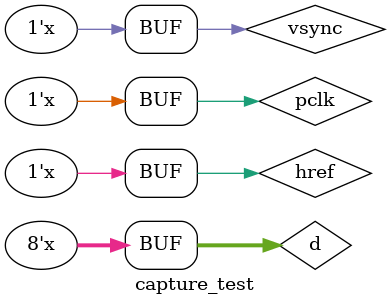
<source format=v>
`timescale 1ns / 1ps


module capture_test;

	// Inputs
	reg pclk;
	reg vsync;
	reg href;
	reg [7:0] d;

	// Outputs
	wire [14:0] addr;
	wire [7:0] dout;
	wire we;

	// Instantiate the Unit Under Test (UUT)
	capture uut (
		.addr(addr), 
		.dout(dout), 
		.we(we), 
		.pclk(pclk), 
		.vsync(vsync), 
		.href(href), 
		.d(d)
	);

	initial begin
		// Initialize Inputs
		pclk = 0;
		vsync = 0;
		href = 0;
		d = 0;

		// Wait 100 ns for global reset to finish
		#100;
        d = 8'b01010101;
		// Add stimulus here

	end
	
	always begin
		#10 pclk = ~pclk;
		#10 href = ~href;
		#10 vsync=~vsync;
		d = d+1;
	end
      
endmodule


</source>
